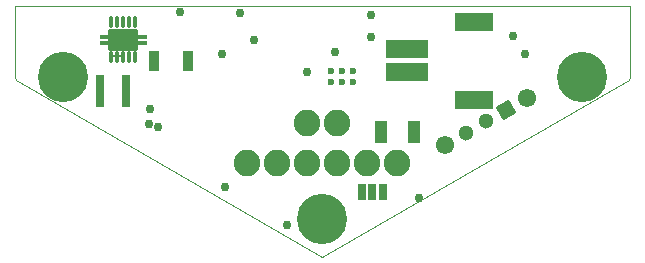
<source format=gbs>
G04*
G04 #@! TF.GenerationSoftware,Altium Limited,Altium Designer,22.4.2 (48)*
G04*
G04 Layer_Color=16711935*
%FSLAX25Y25*%
%MOIN*%
G70*
G04*
G04 #@! TF.SameCoordinates,9DE54F71-11C6-4998-B53C-E160C00813D1*
G04*
G04*
G04 #@! TF.FilePolarity,Negative*
G04*
G01*
G75*
%ADD11C,0.00787*%
%ADD14C,0.00004*%
%ADD44P,0.07238X4X255.0*%
%ADD45C,0.05118*%
%ADD46C,0.06102*%
%ADD47C,0.16732*%
%ADD48C,0.08858*%
%ADD49C,0.02953*%
%ADD50C,0.02559*%
%ADD51C,0.02362*%
%ADD61R,0.03150X0.10630*%
%ADD62R,0.03740X0.06693*%
G04:AMPARAMS|DCode=73|XSize=16.54mil|YSize=38.98mil|CornerRadius=4.74mil|HoleSize=0mil|Usage=FLASHONLY|Rotation=0.000|XOffset=0mil|YOffset=0mil|HoleType=Round|Shape=RoundedRectangle|*
%AMROUNDEDRECTD73*
21,1,0.01654,0.02950,0,0,0.0*
21,1,0.00706,0.03898,0,0,0.0*
1,1,0.00948,0.00353,-0.01475*
1,1,0.00948,-0.00353,-0.01475*
1,1,0.00948,-0.00353,0.01475*
1,1,0.00948,0.00353,0.01475*
%
%ADD73ROUNDEDRECTD73*%
G04:AMPARAMS|DCode=74|XSize=70.47mil|YSize=100mil|CornerRadius=4.71mil|HoleSize=0mil|Usage=FLASHONLY|Rotation=90.000|XOffset=0mil|YOffset=0mil|HoleType=Round|Shape=RoundedRectangle|*
%AMROUNDEDRECTD74*
21,1,0.07047,0.09059,0,0,90.0*
21,1,0.06106,0.10000,0,0,90.0*
1,1,0.00941,0.04530,0.03053*
1,1,0.00941,0.04530,-0.03053*
1,1,0.00941,-0.04530,-0.03053*
1,1,0.00941,-0.04530,0.03053*
%
%ADD74ROUNDEDRECTD74*%
%ADD75R,0.13976X0.06496*%
%ADD76R,0.12795X0.06102*%
%ADD77R,0.03091X0.05591*%
%ADD78R,0.04331X0.07284*%
%ADD79R,0.03346X0.01693*%
%ADD80R,0.03347X0.01693*%
D11*
X90999Y85693D02*
X87719D01*
X87063Y86349D01*
Y87661D01*
X87719Y88317D01*
X90999D01*
X90343Y89629D02*
X90999Y90285D01*
Y91597D01*
X90343Y92252D01*
X89687D01*
X89031Y91597D01*
Y90941D01*
Y91597D01*
X88375Y92252D01*
X87719D01*
X87063Y91597D01*
Y90285D01*
X87719Y89629D01*
D14*
X55404Y77680D02*
X157480Y18898D01*
X259557Y77679D01*
X259842Y78740D01*
Y102362D01*
X55118Y102362D02*
X259842Y102362D01*
X55118Y78740D02*
Y102362D01*
Y78740D02*
X55404Y77680D01*
D44*
X218819Y67937D02*
D03*
D45*
X212000Y64000D02*
D03*
X205181Y60063D02*
D03*
D46*
X225638Y71874D02*
D03*
X198362Y56126D02*
D03*
D47*
X157480Y31496D02*
D03*
X70866Y78740D02*
D03*
X244094D02*
D03*
D48*
X132165Y50000D02*
D03*
X162165D02*
D03*
X172165D02*
D03*
X182165D02*
D03*
X142165D02*
D03*
X152165D02*
D03*
Y63386D02*
D03*
X162165D02*
D03*
D49*
X152177Y80500D02*
D03*
X161500Y87000D02*
D03*
X225000Y86500D02*
D03*
X221000Y92500D02*
D03*
X134500Y91000D02*
D03*
X125000Y42000D02*
D03*
X124000Y86500D02*
D03*
X173500Y92000D02*
D03*
X130000Y100000D02*
D03*
X100000Y68000D02*
D03*
X145500Y29500D02*
D03*
X99500Y63000D02*
D03*
X102500Y62000D02*
D03*
X110000Y100500D02*
D03*
X173500Y99500D02*
D03*
X189500Y38500D02*
D03*
D50*
X88110Y93161D02*
D03*
Y89224D02*
D03*
X94016D02*
D03*
Y93161D02*
D03*
X91063Y91193D02*
D03*
D51*
X167543Y80968D02*
D03*
X164000D02*
D03*
X160457D02*
D03*
X167543Y77031D02*
D03*
X164000D02*
D03*
X160457D02*
D03*
D61*
X91831Y74000D02*
D03*
X83169D02*
D03*
D62*
X112512Y84000D02*
D03*
X101488D02*
D03*
D73*
X95000Y97000D02*
D03*
X93032D02*
D03*
X91063D02*
D03*
X89095D02*
D03*
X87126D02*
D03*
Y85386D02*
D03*
X89095D02*
D03*
X91063D02*
D03*
X93032D02*
D03*
X95000D02*
D03*
D74*
X91063Y91193D02*
D03*
D75*
X185756Y80315D02*
D03*
X185756Y88189D02*
D03*
D76*
X208000Y71260D02*
D03*
X208000Y97244D02*
D03*
D77*
X170500Y40500D02*
D03*
X174000D02*
D03*
X177500D02*
D03*
D78*
X188012Y60500D02*
D03*
X176988D02*
D03*
D79*
X84960Y90209D02*
D03*
Y92177D02*
D03*
D80*
X97165D02*
D03*
Y90209D02*
D03*
M02*

</source>
